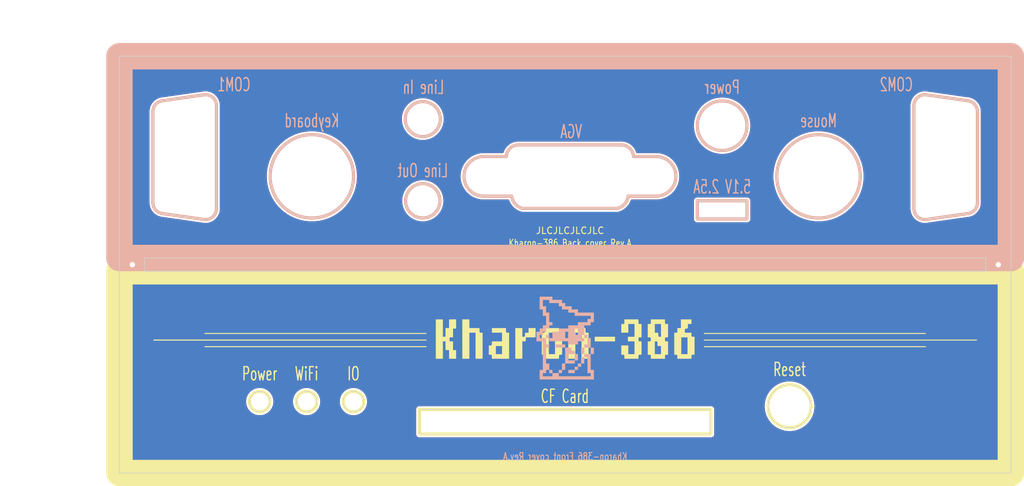
<source format=kicad_pcb>
(kicad_pcb (version 20211014) (generator pcbnew)
  (layers (0 "F.Cu" signal) (31 "B.Cu" signal) (34 "B.Paste" user) (35 "F.Paste" user) (36 "B.SilkS" user "B.Silkscreen") (37 "F.SilkS" user "F.Silkscreen") (38 "B.Mask" user) (39 "F.Mask" user) (44 "Edge.Cuts" user))
  (net 0 "")
  (net 1 "com")
  (footprint "LOGO" (layer "F.Cu") (at 144.500001 104.25)
    (fp_text reference "G***" hide)
    (fp_text value "LOGO" hide)
    (fp_poly (pts (xy -8.933334 -1.313793) (xy -8.92627 -1.08948) (xy -8.882654 -0.989794) (xy -8.768852 -0.964232) (xy -8.7 -0.963448) (xy -8.466667 -0.963448) (xy -8.466667 2.977931) (xy -11.066667 2.977931) (xy -11.066667 2.671379) (xy -11.076987 2.465918) (xy -11.135213 2.381657) (xy -11.28224 2.364865) (xy -11.3 2.364827) (xy -11.533334 2.364827) (xy -11.533334 2.277241) (xy -10.466667 2.277241) (xy -9.533334 2.277241) (xy -9.533334 1.051034) (xy -10.466667 1.051034) (xy -10.466667 2.277241) (xy -11.533334 2.277241) (xy -11.533334 0.963448) (xy -11.3 0.963448) (xy -11.143613 0.94989) (xy -11.079477 0.873394) (xy -11.066696 0.680229) (xy -11.066667 0.656896) (xy -11.066667 0.350345) (xy -9.533334 0.350345) (xy -9.533334 -0.963448) (xy -11.066667 -0.963448) (xy -11.066667 -1.664138) (xy -8.933334 -1.664138)) (layer "F.SilkS") (width 0) (fill solid))
    (fp_poly (pts (xy -0.933334 -1.313793) (xy -0.92627 -1.08948) (xy -0.882654 -0.989794) (xy -0.768852 -0.964232) (xy -0.7 -0.963448) (xy -0.466667 -0.963448) (xy -0.466667 2.364827) (xy -0.7 2.364827) (xy -0.856388 2.378386) (xy -0.920524 2.454882) (xy -0.933305 2.648046) (xy -0.933334 2.671379) (xy -0.933334 2.977931) (xy -3.066667 2.977931) (xy -3.066667 2.671379) (xy -3.076987 2.465918) (xy -3.135213 2.381657) (xy -3.28224 2.364865) (xy -3.3 2.364827) (xy -3.533334 2.364827) (xy -3.533334 2.277241) (xy -2.466667 2.277241) (xy -1.533334 2.277241) (xy -1.533334 -0.963448) (xy -2.466667 -0.963448) (xy -2.466667 2.277241) (xy -3.533334 2.277241) (xy -3.533334 -0.963448) (xy -3.3 -0.963448) (xy -3.150605 -0.974055) (xy -3.084213 -1.039543) (xy -3.067189 -1.210415) (xy -3.066667 -1.313793) (xy -3.066667 -1.664138) (xy -0.933334 -1.664138)) (layer "F.SilkS") (width 0) (fill solid))
    (fp_poly (pts (xy 3.066666 -1.313793) (xy 3.07373 -1.08948) (xy 3.117346 -0.989794) (xy 3.231148 -0.964232) (xy 3.3 -0.963448) (xy 3.533333 -0.963448) (xy 3.533333 2.977931) (xy 2.466666 2.977931) (xy 2.466666 -0.963448) (xy 1.533333 -0.963448) (xy 1.533333 2.977931) (xy 0.466666 2.977931) (xy 0.466666 -1.664138) (xy 3.066666 -1.664138)) (layer "F.SilkS") (width 0) (fill solid))
    (fp_poly (pts (xy -6.466667 -0.350345) (xy -6.266667 -0.350345) (xy -6.132295 -0.367434) (xy -6.077181 -0.454114) (xy -6.066667 -0.656897) (xy -6.058594 -0.853171) (xy -6.008748 -0.940396) (xy -5.878687 -0.962763) (xy -5.8 -0.963448) (xy -5.533334 -0.963448) (xy -5.533334 -1.664138) (xy -4.466667 -1.664138) (xy -4.466667 -0.262759) (xy -5.933334 -0.262759) (xy -5.933334 0.043793) (xy -5.941407 0.240067) (xy -5.991253 0.327292) (xy -6.121314 0.349659) (xy -6.2 0.350345) (xy -6.466667 0.350345) (xy -6.466667 2.977931) (xy -7.533334 2.977931) (xy -7.533334 -1.664138) (xy -6.466667 -1.664138)) (layer "F.SilkS") (width 0) (fill solid))
    (fp_poly (pts (xy 19.066666 -2.277242) (xy 18.533333 -2.277242) (xy 18.533333 -1.926897) (xy 18.526269 -1.702583) (xy 18.482653 -1.602897) (xy 18.368851 -1.577335) (xy 18.3 -1.576552) (xy 18.143612 -1.562993) (xy 18.079476 -1.486497) (xy 18.066695 -1.293333) (xy 18.066666 -1.27) (xy 18.066666 -0.963448) (xy 19.066666 -0.963448) (xy 19.066666 -0.656897) (xy 19.076986 -0.451436) (xy 19.135212 -0.367175) (xy 19.282239 -0.350383) (xy 19.3 -0.350345) (xy 19.533333 -0.350345) (xy 19.533333 2.364827) (xy 19.3 2.364827) (xy 19.143612 2.378386) (xy 19.079476 2.454882) (xy 19.066695 2.648046) (xy 19.066666 2.671379) (xy 19.066666 2.977931) (xy 16.933333 2.977931) (xy 16.933333 2.671379) (xy 16.923013 2.465918) (xy 16.864787 2.381657) (xy 16.71776 2.364865) (xy 16.7 2.364827) (xy 16.466666 2.364827) (xy 16.466666 2.277241) (xy 17.533333 2.277241) (xy 18.466666 2.277241) (xy 18.466666 -0.262759) (xy 17.533333 -0.262759) (xy 17.533333 2.277241) (xy 16.466666 2.277241) (xy 16.466666 -0.963448) (xy 16.7 -0.963448) (xy 16.849395 -0.974055) (xy 16.915787 -1.039543) (xy 16.932811 -1.210415) (xy 16.933333 -1.313793) (xy 16.933333 -1.664138) (xy 17.466666 -1.664138) (xy 17.466666 -2.977931) (xy 19.066666 -2.977931)) (layer "F.SilkS") (width 0) (fill solid))
    (fp_poly (pts (xy 7.533333 0.350345) (xy 4.466666 0.350345) (xy 4.466666 -0.350345) (xy 7.533333 -0.350345)) (layer "F.SilkS") (width 0) (fill solid))
    (fp_poly (pts (xy -18.466667 -0.350345) (xy -18.066667 -0.350345) (xy -18.066667 -1.664138) (xy -17.533334 -1.664138) (xy -17.533334 -2.977931) (xy -16.466667 -2.977931) (xy -16.466667 -1.576552) (xy -16.933334 -1.576552) (xy -16.933334 -0.262759) (xy -17.2 -0.262759) (xy -17.370738 -0.253478) (xy -17.446614 -0.196177) (xy -17.466071 -0.046663) (xy -17.466667 0.043793) (xy -17.458594 0.240067) (xy -17.408748 0.327292) (xy -17.278687 0.349659) (xy -17.2 0.350345) (xy -16.933334 0.350345) (xy -16.933334 1.664138) (xy -16.466667 1.664138) (xy -16.466667 2.977931) (xy -17.533334 2.977931) (xy -17.533334 1.664138) (xy -18.066667 1.664138) (xy -18.066667 0.350345) (xy -18.466667 0.350345) (xy -18.466667 2.977931) (xy -19.533334 2.977931) (xy -19.533334 -2.977931) (xy -18.466667 -2.977931)) (layer "F.SilkS") (width 0) (fill solid))
    (fp_poly (pts (xy 11.066666 -2.627586) (xy 11.07373 -2.403273) (xy 11.117346 -2.303587) (xy 11.231148 -2.278025) (xy 11.3 -2.277242) (xy 11.533333 -2.277242) (xy 11.533333 -0.262759) (xy 11.3 -0.262759) (xy 11.143612 -0.2492) (xy 11.079476 -0.172704) (xy 11.066695 0.02046) (xy 11.066666 0.043793) (xy 11.076986 0.249254) (xy 11.135212 0.333515) (xy 11.282239 0.350306) (xy 11.3 0.350345) (xy 11.533333 0.350345) (xy 11.533333 2.364827) (xy 11.3 2.364827) (xy 11.143612 2.378386) (xy 11.079476 2.454882) (xy 11.066695 2.648046) (xy 11.066666 2.671379) (xy 11.066666 2.977931) (xy 8.933333 2.977931) (xy 8.933333 2.671379) (xy 8.923013 2.465918) (xy 8.864787 2.381657) (xy 8.71776 2.364865) (xy 8.7 2.364827) (xy 8.466666 2.364827) (xy 8.466666 0.963448) (xy 9.533333 0.963448) (xy 9.533333 2.277241) (xy 10.466666 2.277241) (xy 10.466666 0.350345) (xy 9.466666 0.350345) (xy 9.466666 -0.350345) (xy 10.466666 -0.350345) (xy 10.466666 -2.277242) (xy 9.533333 -2.277242) (xy 9.533333 -0.963448) (xy 8.466666 -0.963448) (xy 8.466666 -2.277242) (xy 8.7 -2.277242) (xy 8.849395 -2.287848) (xy 8.915787 -2.353336) (xy 8.932811 -2.524208) (xy 8.933333 -2.627586) (xy 8.933333 -2.977931) (xy 11.066666 -2.977931)) (layer "F.SilkS") (width 0) (fill solid))
    (fp_poly (pts (xy 15.066666 -2.627586) (xy 15.07373 -2.403273) (xy 15.117346 -2.303587) (xy 15.231148 -2.278025) (xy 15.3 -2.277242) (xy 15.533333 -2.277242) (xy 15.533333 -0.262759) (xy 15.3 -0.262759) (xy 15.143612 -0.2492) (xy 15.079476 -0.172704) (xy 15.066695 0.02046) (xy 15.066666 0.043793) (xy 15.076986 0.249254) (xy 15.135212 0.333515) (xy 15.282239 0.350306) (xy 15.3 0.350345) (xy 15.533333 0.350345) (xy 15.533333 2.364827) (xy 15.3 2.364827) (xy 15.143612 2.378386) (xy 15.079476 2.454882) (xy 15.066695 2.648046) (xy 15.066666 2.671379) (xy 15.066666 2.977931) (xy 12.933333 2.977931) (xy 12.933333 2.671379) (xy 12.923013 2.465918) (xy 12.864787 2.381657) (xy 12.71776 2.364865) (xy 12.7 2.364827) (xy 12.466666 2.364827) (xy 12.466666 2.277241) (xy 13.533333 2.277241) (xy 14.466666 2.277241) (xy 14.466666 1.051034) (xy 13.933333 1.051034) (xy 13.933333 0.700689) (xy 13.925435 0.476046) (xy 13.882636 0.376182) (xy 13.776279 0.350897) (xy 13.733333 0.350345) (xy 13.533333 0.350345) (xy 13.533333 2.277241) (xy 12.466666 2.277241) (xy 12.466666 0.350345) (xy 12.7 0.350345) (xy 12.856387 0.336786) (xy 12.920523 0.26029) (xy 12.933304 0.067126) (xy 12.933333 0.043793) (xy 12.923013 -0.161668) (xy 12.864787 -0.245929) (xy 12.71776 -0.262721) (xy 12.7 -0.262759) (xy 12.466666 -0.262759) (xy 12.466666 -0.963448) (xy 13.533333 -0.963448) (xy 13.8 -0.963448) (xy 13.970737 -0.954168) (xy 14.046613 -0.896866) (xy 14.06607 -0.747353) (xy 14.066666 -0.656897) (xy 14.077815 -0.450936) (xy 14.134367 -0.36646) (xy 14.266666 -0.350345) (xy 14.466666 -0.350345) (xy 14.466666 -2.277242) (xy 13.533333 -2.277242) (xy 13.533333 -0.963448) (xy 12.466666 -0.963448) (xy 12.466666 -2.277242) (xy 12.7 -2.277242) (xy 12.849395 -2.287848) (xy 12.915787 -2.353336) (xy 12.932811 -2.524208) (xy 12.933333 -2.627586) (xy 12.933333 -2.977931) (xy 15.066666 -2.977931)) (layer "F.SilkS") (width 0) (fill solid))
    (fp_poly (pts (xy -14.466667 -1.664138) (xy -12.933334 -1.664138) (xy -12.933334 -1.313793) (xy -12.92627 -1.08948) (xy -12.882654 -0.989794) (xy -12.768852 -0.964232) (xy -12.7 -0.963448) (xy -12.466667 -0.963448) (xy -12.466667 2.977931) (xy -13.533334 2.977931) (xy -13.533334 -0.963448) (xy -14.466667 -0.963448) (xy -14.466667 2.977931) (xy -15.533334 2.977931) (xy -15.533334 -2.977931) (xy -14.466667 -2.977931)) (layer "F.SilkS") (width 0) (fill solid))
  )
  (footprint "my:black-mage" (layer "B.Cu") (at 144.5 104.1 180)
    (fp_text reference "G***" hide)
    (fp_text value "LOGO" hide)
    (fp_poly (pts (xy 0 -0.962526) (xy 1.443789 -0.962526) (xy 1.443789 -1.443789) (xy 0 -1.443789) (xy 0 -0.962526)) (layer "B.SilkS") (width 0.01) (fill solid))
    (fp_poly (pts (xy -1.44379 -3.850105) (xy -1.44379 -3.368842) (xy -1.925053 -3.368842) (xy -1.925053 -2.406316) (xy -1.44379 -2.406316) (xy -1.44379 -3.368842) (xy -0.481263 -3.368842) (xy -0.481263 -2.406316) (xy -1.44379 -2.406316) (xy -1.44379 -1.925052) (xy -0.962527 -1.925052) (xy -0.962527 -1.443789) (xy 0 -1.443789) (xy 0 -3.850105) (xy -1.44379 -3.850105)) (layer "B.SilkS") (width 0.01) (fill solid))
    (fp_poly (pts (xy -1.925053 -4.812631) (xy -1.925053 -4.331368) (xy -1.44379 -4.331368) (xy -1.44379 -4.812631) (xy -1.925053 -4.812631)) (layer "B.SilkS") (width 0.01) (fill solid))
    (fp_poly (pts (xy 0.962526 -4.812631) (xy 0.962526 -5.293895) (xy 0.481263 -5.293895) (xy 0.481263 -4.812631) (xy 0.962526 -4.812631)) (layer "B.SilkS") (width 0.01) (fill solid))
    (fp_poly (pts (xy -0.481263 -4.812631) (xy -0.481263 -5.293895) (xy -1.44379 -5.293895) (xy -1.44379 -4.812631) (xy -0.481263 -4.812631)) (layer "B.SilkS") (width 0.01) (fill solid))
    (fp_poly (pts (xy -2.887579 -3.850105) (xy -2.887579 -2.887579) (xy -2.406316 -2.887579) (xy -2.406316 -3.850105) (xy -2.887579 -3.850105)) (layer "B.SilkS") (width 0.01) (fill solid))
    (fp_poly (pts (xy 2.406316 -5.293895) (xy 1.925052 -5.293895) (xy 1.925052 -4.812631) (xy 2.406316 -4.812631) (xy 2.406316 -5.293895)) (layer "B.SilkS") (width 0.01) (fill solid))
    (fp_poly (pts (xy -2.406316 -4.331368) (xy -2.406316 -3.850105) (xy -1.925053 -3.850105) (xy -1.925053 -4.331368) (xy -2.406316 -4.331368)) (layer "B.SilkS") (width 0.01) (fill solid))
    (fp_poly (pts (xy 0 -4.812631) (xy 0 -3.850105) (xy 0.481263 -3.850105) (xy 0.481263 -4.812631) (xy 0 -4.812631)) (layer "B.SilkS") (width 0.01) (fill solid))
    (fp_poly (pts (xy 3.850105 4.331369) (xy 3.368842 4.331369) (xy 3.368842 3.368842) (xy 2.887579 3.368842) (xy 2.887579 1.925053) (xy 3.368842 1.925053) (xy 3.368842 1.44379) (xy 3.850105 1.44379) (xy 3.850105 0.962527) (xy 4.331368 0.962527) (xy 4.331368 -0.481263) (xy 3.368842 -0.481263) (xy 3.368842 -4.812631) (xy 3.850105 -4.812631) (xy 3.850105 -6.256421) (xy -4.331369 -6.256421) (xy -4.331369 -4.812631) (xy -3.850105 -4.812631) (xy -3.850105 -2.406316) (xy -4.331369 -2.406316) (xy -4.331369 -1.443789) (xy -3.850105 -1.443789) (xy -3.850105 -2.406316) (xy -2.887579 -2.406316) (xy -2.887579 -2.887579) (xy -3.368842 -2.887579) (xy -3.368842 -5.293895) (xy -3.850105 -5.293895) (xy -3.850105 -5.775158) (xy 0.962526 -5.775158) (xy 0.962526 -5.293895) (xy 1.925052 -5.293895) (xy 1.925052 -5.775158) (xy 3.368842 -5.775158) (xy 3.368842 -5.293895) (xy 2.887579 -5.293895) (xy 2.887579 -4.812631) (xy 2.406316 -4.812631) (xy 2.406316 -3.850105) (xy 2.887579 -3.850105) (xy 2.887579 -1.443789) (xy 2.406316 -1.443789) (xy 2.406316 -0.962526) (xy 2.887579 -0.962526) (xy 2.887579 0) (xy 3.850105 0) (xy 3.850105 0.481263) (xy 3.368842 0.481263) (xy 3.368842 0.962527) (xy 2.887579 0.962527) (xy 2.887579 1.44379) (xy 2.406316 1.44379) (xy 2.406316 1.925053) (xy 1.925052 1.925053) (xy 1.925052 2.406316) (xy 2.406316 2.406316) (xy 2.406316 3.850105) (xy 2.887579 3.850105) (xy 2.887579 4.812632) (xy 3.368842 4.812632) (xy 3.368842 5.775158) (xy 2.406316 5.775158) (xy 2.406316 5.293895) (xy 0.962526 5.293895) (xy 0.962526 4.812632) (xy 0.481263 4.812632) (xy 0.481263 4.331369) (xy -0.481263 4.331369) (xy -0.481263 3.850105) (xy -1.44379 3.850105) (xy -1.44379 3.368842) (xy -3.850105 3.368842) (xy -3.850105 2.887579) (xy -3.368842 2.887579) (xy -3.368842 2.406316) (xy -1.925053 2.406316) (xy -1.925053 1.925053) (xy -0.481263 1.925053) (xy -0.481263 1.44379) (xy 0.962526 1.44379) (xy 0.962526 0.962527) (xy 1.925052 0.962527) (xy 1.925052 0) (xy 2.406316 0) (xy 2.406316 -0.481263) (xy -0.481263 -0.481263) (xy -0.481263 -0.962526) (xy -1.925053 -0.962526) (xy -1.925053 -0.481263) (xy -2.887579 -0.481263) (xy -2.887579 0) (xy -3.368842 0) (xy -3.368842 -0.962526) (xy -2.887579 -0.962526) (xy -2.887579 -1.443789) (xy -3.850105 -1.443789) (xy -3.850105 0) (xy -3.368842 0) (xy -3.368842 0.481263) (xy -2.887579 0.481263) (xy -2.887579 0) (xy -2.406316 0) (xy -2.406316 0.481263) (xy -2.887579 0.481263) (xy -2.887579 1.44379) (xy -1.925053 1.44379) (xy -1.925053 0.481263) (xy -1.44379 0.481263) (xy -1.44379 0.962527) (xy -0.481263 0.962527) (xy -0.481263 0) (xy 0 0) (xy 0 0.962527) (xy -0.481263 0.962527) (xy -1.44379 0.962527) (xy -1.44379 1.44379) (xy -1.925053 1.44379) (xy -2.887579 1.44379) (xy -2.887579 1.925053) (xy -3.850105 1.925053) (xy -3.850105 2.406316) (xy -4.331369 2.406316) (xy -4.331369 3.850105) (xy -1.925053 3.850105) (xy -1.925053 4.331369) (xy -0.962527 4.331369) (xy -0.962527 4.812632) (xy 0 4.812632) (xy 0 5.293895) (xy 0.481263 5.293895) (xy 0.481263 5.775158) (xy 1.925052 5.775158) (xy 1.925052 6.256421) (xy 3.850105 6.256421) (xy 3.850105 4.331369)) (layer "B.SilkS") (width 0.01) (fill solid))
    (fp_poly (pts (xy -2.406316 -2.406316) (xy -2.887579 -2.406316) (xy -2.887579 -1.443789) (xy -2.406316 -1.443789) (xy -2.406316 -2.406316)) (layer "B.SilkS") (width 0.01) (fill solid))
    (fp_poly (pts (xy 2.887579 0) (xy 2.406316 0) (xy 2.406316 0.481263) (xy 2.887579 0.481263) (xy 2.887579 0)) (layer "B.SilkS") (width 0.01) (fill solid))
  )
  (gr_arc (start 89.901746 67.33573) (mid 91.257025 67.698879) (end 91.85 68.970513) (layer "B.SilkS") (width 0.5))
  (gr_arc (start 135.617827 76.65) (mid 136.196062 75.390056) (end 137.492828 74.9) (layer "B.SilkS") (width 0.5))
  (gr_circle (center 106.25 79.65) (end 112.55 79.65) (layer "B.SilkS") (width 0.5) (fill none))
  (gr_line (start 132.217828 76.65) (end 135.617828 76.65) (layer "B.SilkS") (width 0.5))
  (gr_arc (start 158.217828 76.65) (mid 161.21783 79.65) (end 158.217828 82.65) (layer "B.SilkS") (width 0.5))
  (gr_circle (center 123 71) (end 125.65 71) (layer "B.SilkS") (width 0.5) (fill none))
  (gr_line (start 197.14969 84.529483) (end 197.14969 68.970509) (layer "B.SilkS") (width 0.5))
  (gr_arc (start 197.14969 68.970509) (mid 197.742659 67.698865) (end 199.097944 67.33573) (layer "B.SilkS") (width 0.5))
  (gr_arc (start 82.25 69.869781) (mid 82.638365 68.802753) (end 83.621743 68.235001) (layer "B.SilkS") (width 0.5))
  (gr_circle (center 168.2 72) (end 171.95 72) (layer "B.SilkS") (width 0.5) (fill none))
  (gr_line (start 83.621744 85.265) (end 89.901744 86.164268) (layer "B.SilkS") (width 0.5))
  (gr_circle (center 123 83.35) (end 125.6 83.35) (layer "B.SilkS") (width 0.5) (fill none))
  (gr_line (start 137.492828 74.9) (end 152.907172 74.9) (layer "B.SilkS") (width 0.5))
  (gr_line (start 138.053367 84.5) (end 152.417831 84.499999) (layer "B.SilkS") (width 0.5))
  (gr_line (start 91.85 68.970513) (end 91.85 84.529487) (layer "B.SilkS") (width 0.5))
  (gr_rect (start 77.2 61.5) (end 211.8 92) (layer "B.SilkS") (width 4) (fill none))
  (gr_line (start 205.377946 68.234996) (end 199.097946 67.335728) (layer "B.SilkS") (width 0.5))
  (gr_line (start 82.25 69.869781) (end 82.25 83.630219) (layer "B.SilkS") (width 0.5))
  (gr_arc (start 152.907172 74.9) (mid 154.216892 75.388074) (end 154.817828 76.65) (layer "B.SilkS") (width 0.5))
  (gr_arc (start 91.85 84.529487) (mid 91.257029 85.801122) (end 89.901746 86.164266) (layer "B.SilkS") (width 0.5))
  (gr_arc (start 206.74969 83.630215) (mid 206.361318 84.697231) (end 205.377947 85.264995) (layer "B.SilkS") (width 0.5))
  (gr_line (start 205.377946 85.264996) (end 199.097946 86.164264) (layer "B.SilkS") (width 0.5))
  (gr_arc (start 199.097944 86.164266) (mid 197.742673 85.801113) (end 197.14969 84.529483) (layer "B.SilkS") (width 0.5))
  (gr_line (start 206.74969 83.630215) (end 206.74969 69.869777) (layer "B.SilkS") (width 0.5))
  (gr_rect (start 164.45 83.35) (end 171.95 86.1) (layer "B.SilkS") (width 0.5) (fill none))
  (gr_circle (center 182.75 79.65) (end 189.05 79.65) (layer "B.SilkS") (width 0.5) (fill none))
  (gr_line (start 83.621744 68.235) (end 89.901744 67.335732) (layer "B.SilkS") (width 0.5))
  (gr_arc (start 132.217828 82.65) (mid 129.21783 79.65) (end 132.217828 76.65) (layer "B.SilkS") (width 0.5))
  (gr_line (start 132.217828 82.65) (end 136.417828 82.65) (layer "B.SilkS") (width 0.5))
  (gr_line (start 154.017828 82.65) (end 158.217828 82.65) (layer "B.SilkS") (width 0.5))
  (gr_line (start 154.817828 76.65) (end 158.217828 76.65) (layer "B.SilkS") (width 0.5))
  (gr_arc (start 83.621743 85.265001) (mid 82.638365 84.697247) (end 82.25 83.630219) (layer "B.SilkS") (width 0.5))
  (gr_arc (start 154.017828 82.65) (mid 153.496296 83.81584) (end 152.417831 84.499999) (layer "B.SilkS") (width 0.5))
  (gr_arc (start 138.053367 84.5) (mid 136.953378 83.82451) (end 136.417828 82.65) (layer "B.SilkS") (width 0.5))
  (gr_arc (start 205.377947 68.234995) (mid 206.361339 68.802744) (end 206.74969 69.869777) (layer "B.SilkS") (width 0.5))
  (gr_line (start 165.5 103.4) (end 198.9 103.4) (layer "F.SilkS") (width 0.15))
  (gr_circle (center 178.38 114.4) (end 181.63 114.4) (layer "F.SilkS") (width 0.5) (fill none))
  (gr_line (start 123.5 104.4) (end 82.4 104.4) (layer "F.SilkS") (width 0.15))
  (gr_rect (start 77.2 94) (end 211.8 124.5) (layer "F.SilkS") (width 4) (fill none))
  (gr_line (start 123.5 105.4) (end 90.1 105.4) (layer "F.SilkS") (width 0.15))
  (gr_line (start 165.5 104.4) (end 206.6 104.4) (layer "F.SilkS") (width 0.15))
  (gr_circle (center 112.53 113.7) (end 114.08 113.7) (layer "F.SilkS") (width 0.5) (fill none))
  (gr_circle (center 105.46 113.7) (end 107.01 113.7) (layer "F.SilkS") (width 0.5) (fill none))
  (gr_rect (start 122.5 118.6) (end 166.5 114.9) (layer "F.SilkS") (width 0.5) (fill none))
  (gr_circle (center 98.38 113.7) (end 99.93 113.7) (layer "F.SilkS") (width 0.5) (fill none))
  (gr_line (start 119.6 104.4) (end 82.4 104.4) (layer "F.SilkS") (width 0.15))
  (gr_line (start 123.5 103.4) (end 90.1 103.4) (layer "F.SilkS") (width 0.15))
  (gr_line (start 165.5 105.4) (end 198.9 105.4) (layer "F.SilkS") (width 0.15))
  (gr_circle (center 123 71) (end 125.65 71) (layer "Edge.Cuts") (width 0.1) (fill none))
  (gr_arc (start 197.14969 68.970509) (mid 197.742659 67.698865) (end 199.097944 67.33573) (layer "Edge.Cuts") (width 0.1))
  (gr_arc (start 83.621743 85.265001) (mid 82.638365 84.697247) (end 82.25 83.630219) (layer "Edge.Cuts") (width 0.1))
  (gr_circle (center 98.38 113.7) (end 99.93 113.7) (layer "Edge.Cuts") (width 0.1) (fill none))
  (gr_arc (start 205.377947 68.234995) (mid 206.361339 68.802744) (end 206.74969 69.869777) (layer "Edge.Cuts") (width 0.1))
  (gr_line (start 82.25 69.869781) (end 82.25 83.630219) (layer "Edge.Cuts") (width 0.1))
  (gr_line (start 83.621744 68.235) (end 89.901744 67.335732) (layer "Edge.Cuts") (width 0.1))
  (gr_line (start 211.8 124.5) (end 77.2 124.5) (layer "Edge.Cuts") (width 0.1))
  (gr_circle (center 168.2 72) (end 171.95 72) (layer "Edge.Cuts") (width 0.1) (fill none))
  (gr_line (start 154.817828 76.65) (end 158.217828 76.65) (layer "Edge.Cuts") (width 0.1))
  (gr_arc (start 91.85 84.529487) (mid 91.257029 85.801122) (end 89.901746 86.164266) (layer "Edge.Cuts") (width 0.1))
  (gr_line (start 208 92) (end 81 92) (layer "Edge.Cuts") (width 0.1))
  (gr_line (start 77.2 61.5) (end 211.8 61.5) (layer "Edge.Cuts") (width 0.1))
  (gr_line (start 83.621744 85.265) (end 89.901744 86.164268) (layer "Edge.Cuts") (width 0.1))
  (gr_line (start 77.2 124.5) (end 77.2 61.5) (layer "Edge.Cuts") (width 0.1))
  (gr_arc (start 82.25 69.869781) (mid 82.638365 68.802753) (end 83.621743 68.235001) (layer "Edge.Cuts") (width 0.1))
  (gr_circle (center 112.53 113.7) (end 114.08 113.7) (layer "Edge.Cuts") (width 0.1) (fill none))
  (gr_rect (start 122.5 118.6) (end 166.5 114.9) (layer "Edge.Cuts") (width 0.1) (fill none))
  (gr_arc (start 199.097944 86.164266) (mid 197.742673 85.801113) (end 197.14969 84.529483) (layer "Edge.Cuts") (width 0.1))
  (gr_line (start 91.85 68.970513) (end 91.85 84.529487) (layer "Edge.Cuts") (width 0.1))
  (gr_line (start 137.492828 74.9) (end 152.907172 74.9) (layer "Edge.Cuts") (width 0.1))
  (gr_line (start 205.377946 68.234996) (end 199.097946 67.335728) (layer "Edge.Cuts") (width 0.1))
  (gr_line (start 197.14969 84.529483) (end 197.14969 68.970509) (layer "Edge.Cuts") (width 0.1))
  (gr_circle (center 123 83.35) (end 125.6 83.35) (layer "Edge.Cuts") (width 0.1) (fill none))
  (gr_circle (center 182.75 79.65) (end 189.05 79.65) (layer "Edge.Cuts") (width 0.1) (fill none))
  (gr_arc (start 154.017828 82.65) (mid 153.496296 83.81584) (end 152.417831 84.499999) (layer "Edge.Cuts") (width 0.1))
  (gr_line (start 81 92) (end 81 94) (layer "Edge.Cuts") (width 0.1))
  (gr_line (start 81 94) (end 208 94) (layer "Edge.Cuts") (width 0.1))
  (gr_line (start 208 94) (end 208 92) (layer "Edge.Cuts") (width 0.1))
  (gr_arc (start 206.74969 83.630215) (mid 206.361318 84.697231) (end 205.377947 85.264995) (layer "Edge.Cuts") (width 0.1))
  (gr_arc (start 132.217828 82.65) (mid 129.21783 79.65) (end 132.217828 76.65) (layer "Edge.Cuts") (width 0.1))
  (gr_arc (start 135.617827 76.65) (mid 136.196062 75.390056) (end 137.492828 74.9) (layer "Edge.Cuts") (width 0.1))
  (gr_line (start 138.053367 84.5) (end 152.417831 84.499999) (layer "Edge.Cuts") (width 0.1))
  (gr_line (start 206.74969 83.630215) (end 206.74969 69.869777) (layer "Edge.Cuts") (width 0.1))
  (gr_line (start 211.8 61.5) (end 211.8 124.5) (layer "Edge.Cuts") (width 0.1))
  (gr_arc (start 138.053367 84.5) (mid 136.953378 83.82451) (end 136.417828 82.65) (layer "Edge.Cuts") (width 0.1))
  (gr_arc (start 152.907172 74.9) (mid 154.216892 75.388074) (end 154.817828 76.65) (layer "Edge.Cuts") (width 0.1))
  (gr_circle (center 178.38 114.4) (end 181.63 114.4) (layer "Edge.Cuts") (width 0.1) (fill none))
  (gr_circle (center 105.46 113.7) (end 107.01 113.7) (layer "Edge.Cuts") (width 0.1) (fill none))
  (gr_rect (start 164.45 83.35) (end 171.95 86.1) (layer "Edge.Cuts") (width 0.1) (fill none))
  (gr_circle (center 106.25 79.65) (end 112.55 79.65) (layer "Edge.Cuts") (width 0.1) (fill none))
  (gr_line (start 154.017828 82.65) (end 158.217828 82.65) (layer "Edge.Cuts") (width 0.1))
  (gr_arc (start 158.217828 76.65) (mid 161.21783 79.65) (end 158.217828 82.65) (layer "Edge.Cuts") (width 0.1))
  (gr_arc (start 89.901746 67.33573) (mid 91.257025 67.698879) (end 91.85 68.970513) (layer "Edge.Cuts") (width 0.1))
  (gr_line (start 205.377946 85.264996) (end 199.097946 86.164264) (layer "Edge.Cuts") (width 0.1))
  (gr_line (start 132.217828 82.65) (end 136.417828 82.65) (layer "Edge.Cuts") (width 0.1))
  (gr_line (start 132.217828 76.65) (end 135.617828 76.65) (layer "Edge.Cuts") (width 0.1))
  (gr_text "5.1V 2.5A" (at 168.2 81.25) (layer "B.SilkS") (effects (font (size 2 1.2) (thickness 0.2)) (justify mirror)))
  (gr_text "Keyboard" (at 106.25 71.25) (layer "B.SilkS") (effects (font (size 2 1.2) (thickness 0.2)) (justify mirror)))
  (gr_text "Kharon-386 Front cover Rev.A" (at 144.5 122) (layer "B.SilkS") (effects (font (size 1.1 0.8) (thickness 0.14)) (justify mirror)))
  (gr_text "Power" (at 168.2 66.2) (layer "B.SilkS") (effects (font (size 2 1.2) (thickness 0.2)) (justify mirror)))
  (gr_text "COM1" (at 94.5 65.8) (layer "B.SilkS") (effects (font (size 2 1.2) (thickness 0.2)) (justify mirror)))
  (gr_text "Line In" (at 123.1 66.2) (layer "B.SilkS") (effects (font (size 2 1.2) (thickness 0.2)) (justify mirror)))
  (gr_text "Line Out" (at 123 78.8) (layer "B.SilkS") (effects (font (size 2 1.2) (thickness 0.2)) (justify mirror)))
  (gr_text "Mouse" (at 182.75 71.25) (layer "B.SilkS") (effects (font (size 2 1.2) (thickness 0.2)) (justify mirror)))
  (gr_text "VGA" (at 145.407828 72.9) (layer "B.SilkS") (effects (font (size 2 1.2) (thickness 0.2)) (justify mirror)))
  (gr_text "COM2" (at 194.5 65.8) (layer "B.SilkS") (effects (font (size 2 1.2) (thickness 0.2)) (justify mirror)))
  (gr_text "CF Card" (at 144.45 112.9) (layer "F.SilkS") (effects (font (size 2 1.2) (thickness 0.2))))
  (gr_text "IO" (at 112.53 109.5) (layer "F.SilkS") (effects (font (size 2 1.2) (thickness 0.2))))
  (gr_text "Power" (at 98.38 109.5) (layer "F.SilkS") (effects (font (size 2 1.2) (thickness 0.2))))
  (gr_text "Kharon-386 Back cover Rev.A" (at 145.235599 89.75) (layer "F.SilkS") (effects (font (size 1.1 0.8) (thickness 0.14))))
  (gr_text "Reset" (at 178.38 108.85) (layer "F.SilkS") (effects (font (size 2 1.2) (thickness 0.2))))
  (gr_text "JLCJLCJLCJLC" (at 145.235599 87.85) (layer "F.SilkS") (effects (font (size 1 1))))
  (gr_text "WiFi" (at 105.46 109.5) (layer "F.SilkS") (effects (font (size 2 1.2) (thickness 0.2))))
  (via (at 79.15 93) (size 1.2) (drill 0.8) (layers "F.Cu" "B.Cu") (net 1))
  (via (at 209.9 93) (size 1.2) (drill 0.8) (layers "F.Cu" "B.Cu") (net 1))
  (zone (net 1) (net_name "com") (layers F&B.Cu) (connect_pads (clearance 0.508)) (min_thickness 0.254) (fill yes (thermal_gap 0.508) (thermal_bridge_width 0.508) (island_removal_mode 1) (island_area_min 0))
    (polygon (pts (xy 212 124.7) (xy 77 124.7) (xy 77 61.3) (xy 212 61.3)))
  )
)
</source>
